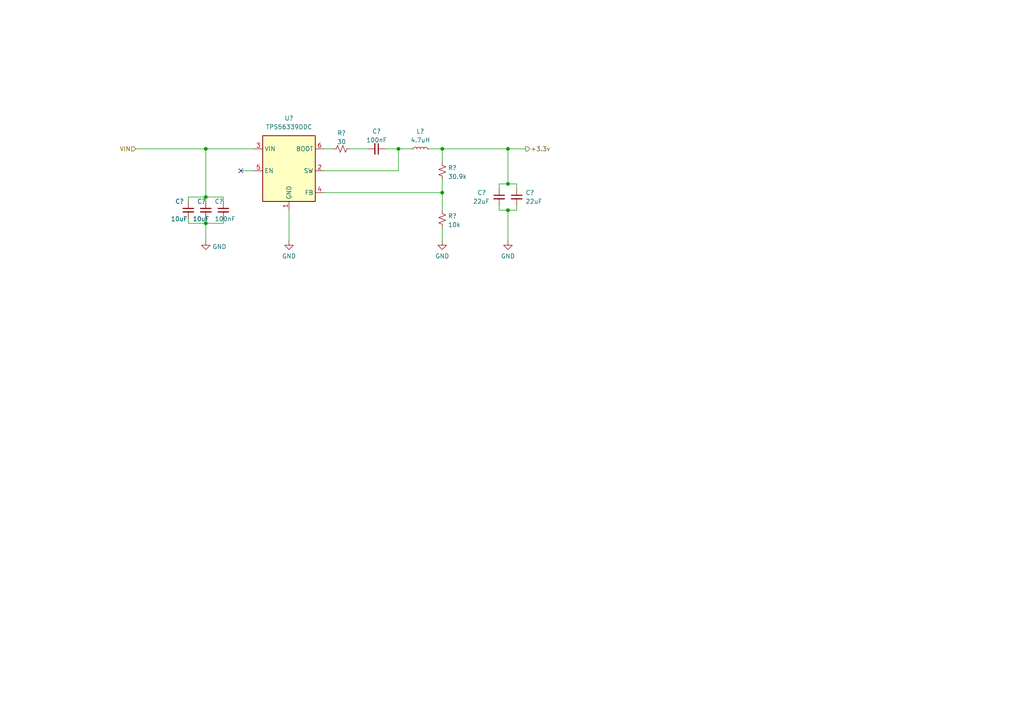
<source format=kicad_sch>
(kicad_sch (version 20211123) (generator eeschema)
  (paper "A4")
  (lib_symbols
    (symbol "Device:C_Small" (pin_numbers hide) (pin_names (offset 0.254) hide)
      (property "Reference" "C" (at 0.254 1.778 0))
      (property "Value" "C_Small" (at 0.254 -2.032 0))
      (symbol "C_Small_0_1"
        (polyline (pts (xy -1.524 -0.508) (xy 1.524 -0.508)) (stroke (width 0.3302)))
        (polyline (pts (xy -1.524 0.508) (xy 1.524 0.508)) (stroke (width 0.3048)))
      )
      (symbol "C_Small_1_1"
        (pin passive line (at 0 2.54 270) (length 2.032) (name "~") (number "1"))
        (pin passive line (at 0 -2.54 90) (length 2.032) (name "~") (number "2"))
      )
    )
    (symbol "Device:L_Small" (pin_numbers hide) (pin_names (offset 0.254) hide)
      (property "Reference" "L" (at 0.762 1.016 0))
      (property "Value" "L_Small" (at 0.762 -1.016 0))
      (symbol "L_Small_0_1"
        (arc (start 0 -2.032) (mid 0.508 -1.524) (end 0 -1.016))
        (arc (start 0 -1.016) (mid 0.508 -0.508) (end 0 0))
        (arc (start 0 0) (mid 0.508 0.508) (end 0 1.016))
        (arc (start 0 1.016) (mid 0.508 1.524) (end 0 2.032))
      )
      (symbol "L_Small_1_1"
        (pin passive line (at 0 2.54 270) (length 0.508) (name "~") (number "1"))
        (pin passive line (at 0 -2.54 90) (length 0.508) (name "~") (number "2"))
      )
    )
    (symbol "Device:R_Small_US" (pin_numbers hide) (pin_names (offset 0.254) hide)
      (property "Reference" "R" (at 0.762 0.508 0))
      (property "Value" "R_Small_US" (at 0.762 -1.016 0))
      (symbol "R_Small_US_1_1"
        (polyline (pts (xy 0 0) (xy 1.016 -0.381) (xy 0 -0.762) (xy -1.016 -1.143) (xy 0 -1.524)))
        (polyline (pts (xy 0 1.524) (xy 1.016 1.143) (xy 0 0.762) (xy -1.016 0.381) (xy 0 0)))
        (pin passive line (at 0 2.54 270) (length 1.016) (name "~") (number "1"))
        (pin passive line (at 0 -2.54 90) (length 1.016) (name "~") (number "2"))
      )
    )
    (symbol "Regulator_Switching:TPS56339DDC"
      (property "Reference" "U?" (at 0 8.7798 0))
      (property "Value" "TPS56339DDC" (at 0 6.2429 0))
      (symbol "TPS56339DDC_0_1"
        (rectangle (start -7.62 13.97) (end 7.62 -5.08) (stroke (width 0.254)) (fill (type background)))
      )
      (symbol "TPS56339DDC_1_1"
        (pin power_in line (at 0 -7.62 90) (length 2.54) (name "GND") (number "1"))
        (pin power_out line (at 10.16 3.81 180) (length 2.54) (name "SW") (number "2"))
        (pin power_in line (at -10.16 10.16 0) (length 2.54) (name "VIN") (number "3"))
        (pin input line (at 10.16 -2.54 180) (length 2.54) (name "FB") (number "4"))
        (pin input line (at -10.16 3.81 0) (length 2.54) (name "EN") (number "5"))
        (pin passive line (at 10.16 10.16 180) (length 2.54) (name "BOOT") (number "6"))
      )
    )
    (symbol "power:GND" (power) (pin_names (offset 0))
      (property "Value" "GND" (at 0 -3.81 0))
      (symbol "GND_0_1"
        (polyline (pts (xy 0 0) (xy 0 -1.27) (xy 1.27 -1.27) (xy 0 -2.54) (xy -1.27 -1.27) (xy 0 -1.27)))
      )
      (symbol "GND_1_1"
        (pin power_in line (at 0 0 270) (length 0) hide (name "GND") (number "1"))
      )
    )
  )
  (junction (at 115.57 43.18))
  (junction (at 59.69 64.77))
  (junction (at 128.27 55.88))
  (junction (at 147.32 60.96))
  (junction (at 59.69 43.18))
  (junction (at 147.32 43.18))
  (junction (at 147.32 53.34))
  (junction (at 59.69 57.15))
  (junction (at 128.27 43.18))
  (no_connect (at 69.85 49.53))
  (wire (pts (xy 144.78 54.61) (xy 144.78 53.34)))
  (wire (pts (xy 101.6 43.18) (xy 106.68 43.18)))
  (wire (pts (xy 64.77 57.15) (xy 59.69 57.15)))
  (wire (pts (xy 69.85 49.53) (xy 73.66 49.53)))
  (wire (pts (xy 83.82 60.96) (xy 83.82 69.85)))
  (wire (pts (xy 59.69 64.77) (xy 59.69 63.5)))
  (wire (pts (xy 111.76 43.18) (xy 115.57 43.18)))
  (wire (pts (xy 93.98 49.53) (xy 115.57 49.53)))
  (wire (pts (xy 128.27 66.04) (xy 128.27 69.85)))
  (wire (pts (xy 149.86 60.96) (xy 149.86 59.69)))
  (wire (pts (xy 124.46 43.18) (xy 128.27 43.18)))
  (wire (pts (xy 54.61 57.15) (xy 59.69 57.15)))
  (wire (pts (xy 93.98 55.88) (xy 128.27 55.88)))
  (wire (pts (xy 59.69 57.15) (xy 59.69 58.42)))
  (wire (pts (xy 149.86 53.34) (xy 149.86 54.61)))
  (wire (pts (xy 93.98 43.18) (xy 96.52 43.18)))
  (wire (pts (xy 115.57 43.18) (xy 119.38 43.18)))
  (wire (pts (xy 144.78 59.69) (xy 144.78 60.96)))
  (wire (pts (xy 144.78 60.96) (xy 147.32 60.96)))
  (wire (pts (xy 147.32 43.18) (xy 147.32 53.34)))
  (wire (pts (xy 147.32 60.96) (xy 149.86 60.96)))
  (wire (pts (xy 128.27 43.18) (xy 147.32 43.18)))
  (wire (pts (xy 64.77 64.77) (xy 59.69 64.77)))
  (wire (pts (xy 128.27 55.88) (xy 128.27 60.96)))
  (wire (pts (xy 54.61 63.5) (xy 54.61 64.77)))
  (wire (pts (xy 54.61 58.42) (xy 54.61 57.15)))
  (wire (pts (xy 147.32 53.34) (xy 149.86 53.34)))
  (wire (pts (xy 115.57 49.53) (xy 115.57 43.18)))
  (wire (pts (xy 64.77 58.42) (xy 64.77 57.15)))
  (wire (pts (xy 59.69 43.18) (xy 73.66 43.18)))
  (wire (pts (xy 64.77 63.5) (xy 64.77 64.77)))
  (wire (pts (xy 54.61 64.77) (xy 59.69 64.77)))
  (wire (pts (xy 128.27 43.18) (xy 128.27 46.99)))
  (wire (pts (xy 144.78 53.34) (xy 147.32 53.34)))
  (wire (pts (xy 147.32 43.18) (xy 152.4 43.18)))
  (wire (pts (xy 39.37 43.18) (xy 59.69 43.18)))
  (wire (pts (xy 147.32 60.96) (xy 147.32 69.85)))
  (wire (pts (xy 59.69 57.15) (xy 59.69 43.18)))
  (wire (pts (xy 128.27 52.07) (xy 128.27 55.88)))
  (wire (pts (xy 59.69 64.77) (xy 59.69 69.85)))
  (hierarchical_label "VIN" (shape input) (at 39.37 43.18 180))
  (hierarchical_label "+3.3v" (shape output) (at 152.4 43.18 0))
  (symbol (lib_id "Device:C_Small") (at 109.22 43.18 270) (unit 1)
    (property "Reference" "C?" (at 109.22 38.1 90))
    (property "Value" "100nF" (at 109.22 40.64 90))
  )
  (symbol (lib_id "Device:R_Small_US") (at 128.27 49.53 0) (unit 1)
    (property "Reference" "R?" (at 129.921 48.6953 0) (effects (justify left)))
    (property "Value" "30.9k" (at 129.921 51.2322 0) (effects (justify left)))
  )
  (symbol (lib_id "power:GND") (at 128.27 69.85 0) (unit 1)
    (property "Reference" "#PWR?" (effects hide))
    (property "Value" "GND" (at 128.27 74.2934 0))
  )
  (symbol (lib_id "Device:C_Small") (at 54.61 60.96 0) (unit 1)
    (property "Reference" "C?" (at 50.8 58.42 0) (effects (justify left)))
    (property "Value" "10uF" (at 49.53 63.5 0) (effects (justify left)))
  )
  (symbol (lib_id "Device:R_Small_US") (at 128.27 63.5 0) (unit 1)
    (property "Reference" "R?" (at 129.921 62.6653 0) (effects (justify left)))
    (property "Value" "10k" (at 129.921 65.2022 0) (effects (justify left)))
  )
  (symbol (lib_id "power:GND") (at 83.82 69.85 0) (unit 1)
    (property "Reference" "#PWR?" (effects hide))
    (property "Value" "GND" (at 83.82 74.2934 0))
  )
  (symbol (lib_id "power:GND") (at 59.69 69.85 0) (mirror y) (unit 1)
    (property "Reference" "#PWR?" (effects hide))
    (property "Value" "GND" (at 61.595 71.5538 0) (effects (justify right)))
  )
  (symbol (lib_id "Regulator_Switching:TPS56339DDC") (at 83.82 53.34 0) (unit 1)
    (property "Reference" "U?" (at 83.82 34.29 0))
    (property "Value" "TPS56339DDC" (at 83.82 36.83 0))
    (property "Footprint" "Package_TO_SOT_SMD:SOT-23-6" (effects hide))
    (property "Datasheet" "https://www.ti.com/lit/ds/symlink/tps56339.pdf" (effects hide))
  )
  (symbol (lib_id "Device:R_Small_US") (at 99.06 43.18 270) (unit 1)
    (property "Reference" "R?" (at 99.06 38.5912 90))
    (property "Value" "30" (at 99.06 41.1281 90))
  )
  (symbol (lib_id "Device:C_Small") (at 59.69 60.96 0) (unit 1)
    (property "Reference" "C?" (at 57.15 58.42 0) (effects (justify left)))
    (property "Value" "10uF" (at 55.88 63.5 0) (effects (justify left)))
  )
  (symbol (lib_id "Device:C_Small") (at 149.86 57.15 0) (unit 1)
    (property "Reference" "C?" (at 152.4 55.88 0) (effects (justify left)))
    (property "Value" "22uF" (at 152.4 58.42 0) (effects (justify left)))
  )
  (symbol (lib_id "Device:C_Small") (at 144.78 57.15 0) (unit 1)
    (property "Reference" "C?" (at 138.43 55.88 0) (effects (justify left)))
    (property "Value" "22uF" (at 137.16 58.42 0) (effects (justify left)))
  )
  (symbol (lib_id "power:GND") (at 147.32 69.85 0) (unit 1)
    (property "Reference" "#PWR?" (effects hide))
    (property "Value" "GND" (at 147.32 74.2934 0))
  )
  (symbol (lib_id "Device:L_Small") (at 121.92 43.18 90) (unit 1)
    (property "Reference" "L?" (at 121.92 38.1 90))
    (property "Value" "4.7uH" (at 121.92 40.64 90))
  )
  (symbol (lib_id "Device:C_Small") (at 64.77 60.96 0) (unit 1)
    (property "Reference" "C?" (at 62.23 58.42 0) (effects (justify left)))
    (property "Value" "100nF" (at 62.23 63.5 0) (effects (justify left)))
  )
)
</source>
